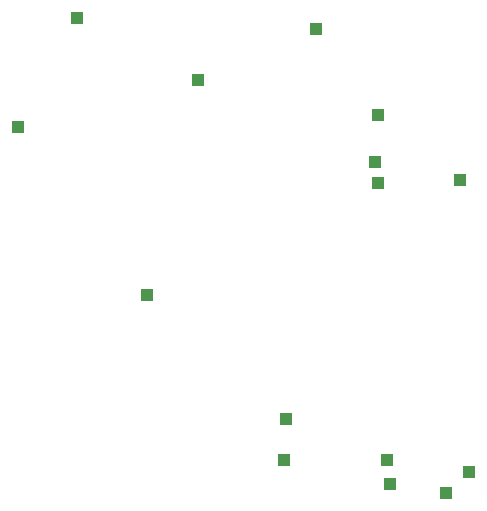
<source format=gbp>
G04*
G04 #@! TF.GenerationSoftware,Altium Limited,Altium Designer,20.1.12 (249)*
G04*
G04 Layer_Color=128*
%FSLAX44Y44*%
%MOMM*%
G71*
G04*
G04 #@! TF.SameCoordinates,85B36F8B-E135-4E31-A215-2F58F684B550*
G04*
G04*
G04 #@! TF.FilePolarity,Positive*
G04*
G01*
G75*
%ADD123R,1.0000X1.0000*%
%ADD124R,1.0000X1.0000*%
D123*
X545000Y592500D02*
D03*
X555000Y337500D02*
D03*
X545000Y650000D02*
D03*
X466012Y357500D02*
D03*
X552500D02*
D03*
X542500Y610000D02*
D03*
X615000Y595000D02*
D03*
X622500Y347500D02*
D03*
X602500Y330000D02*
D03*
X240000Y640000D02*
D03*
D124*
X492500Y722500D02*
D03*
X290000Y732500D02*
D03*
X392500Y680000D02*
D03*
X467500Y392500D02*
D03*
X350000Y497500D02*
D03*
M02*

</source>
